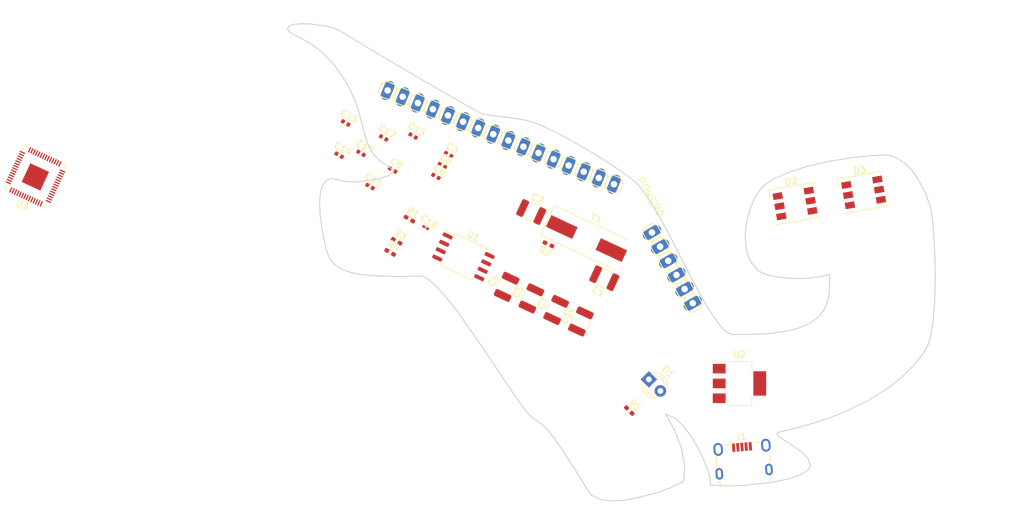
<source format=kicad_pcb>
(kicad_pcb (version 20221018) (generator pcbnew)
  (layers (0 "F.Cu" signal) (31 "B.Cu" signal) (34 "B.Paste" user) (35 "F.Paste" user) (36 "B.SilkS" user "B.Silkscreen") (37 "F.SilkS" user "F.Silkscreen") (38 "B.Mask" user) (39 "F.Mask" user) (44 "Edge.Cuts" user))
  (net 0 "")
  (net 1 "Net-(U3-XIN)")
  (net 2 "Net-(J1-GND)")
  (net 3 "Net-(C2-Pad2)")
  (net 4 "+3.3V")
  (net 5 "VCC")
  (net 6 "+1V1")
  (net 7 "Net-(D2-DOUT)")
  (net 8 "Net-(D2-DIN)")
  (net 11 "GND")
  (net 13 "VBUS")
  (net 14 "USB_D-")
  (net 15 "USB_D+")
  (net 17 "Net-(R1-Pad1)")
  (net 18 "Net-(U3-XOUT)")
  (net 19 "Net-(U3-USB_DP)")
  (net 20 "Net-(U3-USB_DM)")
  (net 21 "Net-(U1-DO(IO1))")
  (net 22 "Net-(U1-IO2)")
  (net 23 "Net-(U1-DI(IO0))")
  (net 25 "Net-(U1-IO3)")
  (net 37 "GPIO1")
  (net 38 "GPIO2")
  (net 39 "GPIO3")
  (net 40 "GPIO4")
  (net 41 "GPIO5")
  (net 42 "GPIO6")
  (net 43 "GPIO7")
  (net 44 "GPIO8")
  (net 45 "GPIO9")
  (net 46 "GPIO10")
  (net 47 "GPIO11")
  (net 48 "GPIO12")
  (net 49 "GPIO13")
  (net 50 "GPIO14")
  (net 51 "GPIO15")
  (net 52 "GPIO16")
  (net 53 "GPIO17")
  (net 54 "GPIO18")
  (net 55 "GPIO20")
  (net 56 "GPIO21")
  (net 57 "GPIO22")
  (net 58 "GPIO23")
  (net 59 "GPIO24")
  (net 60 "GPIO19")
  (net 61 "Net-(D1-A)")
  (footprint "Capacitor_SMD:C_0402_1005Metric" (layer "F.Cu") (at 91.53 49.59 -30)
    (fp_text reference "C14" (at 0 -1.16 150) (layer "F.SilkS"))
    (fp_text value "100n")
    (pad "1" smd roundrect (at -0.48 0 330) (size 0.56 0.62) (layers "F.Cu" "F.Paste" "F.Mask") (net 4 "+3.3V"))
    (pad "2" smd roundrect (at 0.48 0 330) (size 0.56 0.62) (layers "F.Cu" "F.Paste" "F.Mask") (net 2 "Net-(J1-GND)"))
  )
  (footprint "Capacitor_SMD:C_0402_1005Metric" (layer "F.Cu") (at 96.334308 54.46 -30)
    (fp_text reference "C11" (at 0 -1.16 150) (layer "F.SilkS"))
    (fp_text value "100n")
    (pad "1" smd roundrect (at -0.48 0 330) (size 0.56 0.62) (layers "F.Cu" "F.Paste" "F.Mask") (net 4 "+3.3V"))
    (pad "2" smd roundrect (at 0.48 0 330) (size 0.56 0.62) (layers "F.Cu" "F.Paste" "F.Mask") (net 2 "Net-(J1-GND)"))
  )
  (footprint "Capacitor_SMD:C_0201_0603Metric" (layer "F.Cu") (at 104.98072 60.852329 -30)
    (fp_text reference "C10" (at 0 -1.05 150) (layer "F.SilkS"))
    (fp_text value "1u")
    (pad "1" smd roundrect (at -0.32 0 330) (size 0.46 0.4) (layers "F.Cu" "F.Mask") (net 4 "+3.3V"))
    (pad "2" smd roundrect (at 0.32 0 330) (size 0.46 0.4) (layers "F.Cu" "F.Mask") (net 2 "Net-(J1-GND)"))
  )
  (footprint "Package_SO:SOIC-8_5.23x5.23mm_P1.27mm" (layer "F.Cu") (at 110.865206 65.390687 -25)
    (fp_text reference "U1" (at 0 -3.56 155) (layer "F.SilkS"))
    (fp_text value "W25Q128JVS")
    (pad "1" smd roundrect (at -3.6 -1.905 335) (size 1.6 0.6) (layers "F.Cu" "F.Paste" "F.Mask") (net 4 "+3.3V"))
    (pad "2" smd roundrect (at -3.6 -0.635 335) (size 1.6 0.6) (layers "F.Cu" "F.Paste" "F.Mask") (net 21 "Net-(U1-DO(IO1))"))
    (pad "3" smd roundrect (at -3.6 0.635 335) (size 1.6 0.6) (layers "F.Cu" "F.Paste" "F.Mask") (net 22 "Net-(U1-IO2)"))
    (pad "4" smd roundrect (at -3.6 1.905 335) (size 1.6 0.6) (layers "F.Cu" "F.Paste" "F.Mask") (net 11 "GND"))
    (pad "5" smd roundrect (at 3.6 1.905 335) (size 1.6 0.6) (layers "F.Cu" "F.Paste" "F.Mask") (net 23 "Net-(U1-DI(IO0))"))
    (pad "6" smd roundrect (at 3.6 0.635 335) (size 1.6 0.6) (layers "F.Cu" "F.Paste" "F.Mask"))
    (pad "7" smd roundrect (at 3.6 -0.635 335) (size 1.6 0.6) (layers "F.Cu" "F.Paste" "F.Mask") (net 25 "Net-(U1-IO3)"))
    (pad "8" smd roundrect (at 3.6 -1.905 335) (size 1.6 0.6) (layers "F.Cu" "F.Paste" "F.Mask"))
  )
  (footprint "Capacitor_SMD:C_0402_1005Metric" (layer "F.Cu") (at 108.554309 49.477859 -30)
    (fp_text reference "C3" (at 0 -1.16 150) (layer "F.SilkS"))
    (fp_text value "100n")
    (pad "1" smd roundrect (at -0.48 0 330) (size 0.56 0.62) (layers "F.Cu" "F.Paste" "F.Mask") (net 4 "+3.3V"))
    (pad "2" smd roundrect (at 0.48 0 330) (size 0.56 0.62) (layers "F.Cu" "F.Paste" "F.Mask") (net 2 "Net-(J1-GND)"))
  )
  (footprint "Resistor_SMD:R_0402_1005Metric_Pad0.72x0.64mm_HandSolder" (layer "F.Cu") (at 102.45255 59.53125 -30)
    (fp_text reference "R1" (at 0 -1.17 150) (layer "F.SilkS"))
    (fp_text value "1K")
    (pad "1" smd roundrect (at -0.5975 0 330) (size 0.715 0.64) (layers "F.Cu" "F.Paste" "F.Mask") (net 17 "Net-(R1-Pad1)"))
    (pad "2" smd roundrect (at 0.5975 0 330) (size 0.715 0.64) (layers "F.Cu" "F.Paste" "F.Mask") (net 4 "+3.3V"))
  )
  (footprint "Resistor_SMD:R_0402_1005Metric_Pad0.72x0.64mm_HandSolder" (layer "F.Cu") (at 99.467549 64.701422 -30)
    (fp_text reference "R4" (at 0 -1.17 150) (layer "F.SilkS"))
    (fp_text value "27")
    (pad "1" smd roundrect (at -0.5975 0 330) (size 0.715 0.64) (layers "F.Cu" "F.Paste" "F.Mask") (net 14 "USB_D-"))
    (pad "2" smd roundrect (at 0.5975 0 330) (size 0.715 0.64) (layers "F.Cu" "F.Paste" "F.Mask") (net 20 "Net-(U3-USB_DM)"))
  )
  (footprint "Capacitor_SMD:C_1210_3225Metric" (layer "F.Cu") (at 125.28181 73.656128 65)
    (fp_text reference "C7" (at 0 -2.3 65) (layer "F.SilkS"))
    (fp_text value "10u")
    (pad "1" smd roundrect (at -1.475 0 65) (size 1.15 2.7) (layers "F.Cu" "F.Paste" "F.Mask") (roundrect_rratio 0.217391) (net 6 "+1V1"))
    (pad "2" smd roundrect (at 1.475 0 65) (size 1.15 2.7) (layers "F.Cu" "F.Paste" "F.Mask") (roundrect_rratio 0.217391) (net 2 "Net-(J1-GND)"))
  )
  (footprint "Connector_USB:USB_Micro-B_Wuerth_629105150521" (layer "F.Cu") (at 154.356329 96.866305 5)
    (fp_text reference "J1" (at 0 -3.5 5) (layer "F.SilkS"))
    (fp_text value "USB_B_Micro")
    (pad "" np_thru_hole oval (at -2.5 -0.8 5) (size 0.8 0.8) (drill 0.8) (layers "*.Cu" "*.Mask"))
    (pad "" np_thru_hole oval (at 2.5 -0.8 5) (size 0.8 0.8) (drill 0.8) (layers "*.Cu" "*.Mask"))
    (pad "1" smd rect (at -1.3 -1.9 5) (size 0.45 1.3) (layers "F.Cu" "F.Paste" "F.Mask") (net 13 "VBUS"))
    (pad "2" smd rect (at -0.65 -1.9 5) (size 0.45 1.3) (layers "F.Cu" "F.Paste" "F.Mask") (net 14 "USB_D-"))
    (pad "3" smd rect (at 0 -1.9 5) (size 0.45 1.3) (layers "F.Cu" "F.Paste" "F.Mask") (net 15 "USB_D+"))
    (pad "4" smd rect (at 0.65 -1.9 5) (size 0.45 1.3) (layers "F.Cu" "F.Paste" "F.Mask"))
    (pad "5" smd rect (at 1.3 -1.9 5) (size 0.45 1.3) (layers "F.Cu" "F.Paste" "F.Mask") (net 2 "Net-(J1-GND)"))
    (pad "6" thru_hole oval (at -3.875 1.95 5) (size 1.15 1.8) (drill oval 0.55 1.2) (layers "*.Cu" "*.Mask") (net 2 "Net-(J1-GND)"))
    (pad "6" thru_hole oval (at -3.725 -1.85 5) (size 1.45 2) (drill oval 0.85 1.4) (layers "*.Cu" "*.Mask") (net 2 "Net-(J1-GND)"))
    (pad "6" thru_hole oval (at 3.725 -1.85 5) (size 1.45 2) (drill oval 0.85 1.4) (layers "*.Cu" "*.Mask") (net 2 "Net-(J1-GND)"))
    (pad "6" thru_hole oval (at 3.875 1.95 5) (size 1.15 1.8) (drill oval 0.55 1.2) (layers "*.Cu" "*.Mask") (net 2 "Net-(J1-GND)"))
  )
  (footprint "LED_THT:LED_D3.0mm_FlatTop" (layer "F.Cu") (at 139.70407 84.458423 -45)
    (fp_text reference "D1" (at 1.27 -2.96 135) (layer "F.SilkS"))
    (fp_text value "LED")
    (pad "1" thru_hole rect (at 0 0 315) (size 1.8 1.8) (drill 0.9) (layers "*.Cu" "*.Mask") (net 5 "VCC"))
    (pad "2" thru_hole circle (at 2.54 0 315) (size 1.8 1.8) (drill 0.9) (layers "*.Cu" "*.Mask") (net 61 "Net-(D1-A)"))
  )
  (footprint "Capacitor_SMD:C_0402_1005Metric" (layer "F.Cu") (at 94.93 49.29 -30)
    (fp_text reference "C17" (at 0 -1.16 150) (layer "F.SilkS"))
    (fp_text value "100n")
    (pad "1" smd roundrect (at -0.48 0 330) (size 0.56 0.62) (layers "F.Cu" "F.Paste" "F.Mask") (net 4 "+3.3V"))
    (pad "2" smd roundrect (at 0.48 0 330) (size 0.56 0.62) (layers "F.Cu" "F.Paste" "F.Mask") (net 2 "Net-(J1-GND)"))
  )
  (footprint "Package_DFN_QFN:QFN-56-1EP_7x7mm_P0.4mm_EP3.2x3.2mm" (layer "F.Cu") (at 44.27472 52.964104 155)
    (fp_text reference "U3" (at 0 -4.82 155) (layer "F.SilkS"))
    (fp_text value "RP2040")
    (pad "1" smd roundrect (at -3.4375 -2.6 155) (size 0.875 0.2) (layers "F.Cu" "F.Paste" "F.Mask") (net 4 "+3.3V"))
    (pad "2" smd roundrect (at -3.4375 -2.2 155) (size 0.875 0.2) (layers "F.Cu" "F.Paste" "F.Mask") (net 8 "Net-(D2-DIN)"))
    (pad "3" smd roundrect (at -3.4375 -1.8 155) (size 0.875 0.2) (layers "F.Cu" "F.Paste" "F.Mask") (net 37 "GPIO1"))
    (pad "4" smd roundrect (at -3.4375 -1.4 155) (size 0.875 0.2) (layers "F.Cu" "F.Paste" "F.Mask") (net 38 "GPIO2"))
    (pad "5" smd roundrect (at -3.4375 -1 155) (size 0.875 0.2) (layers "F.Cu" "F.Paste" "F.Mask") (net 39 "GPIO3"))
    (pad "6" smd roundrect (at -3.4375 -0.6 155) (size 0.875 0.2) (layers "F.Cu" "F.Paste" "F.Mask") (net 40 "GPIO4"))
    (pad "7" smd roundrect (at -3.4375 -0.2 155) (size 0.875 0.2) (layers "F.Cu" "F.Paste" "F.Mask") (net 41 "GPIO5"))
    (pad "8" smd roundrect (at -3.4375 0.2 155) (size 0.875 0.2) (layers "F.Cu" "F.Paste" "F.Mask") (net 42 "GPIO6"))
    (pad "9" smd roundrect (at -3.4375 0.6 155) (size 0.875 0.2) (layers "F.Cu" "F.Paste" "F.Mask") (net 43 "GPIO7"))
    (pad "10" smd roundrect (at -3.4375 1 155) (size 0.875 0.2) (layers "F.Cu" "F.Paste" "F.Mask") (net 4 "+3.3V"))
    (pad "11" smd roundrect (at -3.4375 1.4 155) (size 0.875 0.2) (layers "F.Cu" "F.Paste" "F.Mask") (net 44 "GPIO8"))
    (pad "12" smd roundrect (at -3.4375 1.8 155) (size 0.875 0.2) (layers "F.Cu" "F.Paste" "F.Mask") (net 45 "GPIO9"))
    (pad "13" smd roundrect (at -3.4375 2.2 155) (size 0.875 0.2) (layers "F.Cu" "F.Paste" "F.Mask") (net 46 "GPIO10"))
    (pad "14" smd roundrect (at -3.4375 2.6 155) (size 0.875 0.2) (layers "F.Cu" "F.Paste" "F.Mask") (net 47 "GPIO11"))
    (pad "15" smd roundrect (at -2.6 3.4375 155) (size 0.2 0.875) (layers "F.Cu" "F.Paste" "F.Mask") (net 48 "GPIO12"))
    (pad "16" smd roundrect (at -2.2 3.4375 155) (size 0.2 0.875) (layers "F.Cu" "F.Paste" "F.Mask") (net 49 "GPIO13"))
    (pad "17" smd roundrect (at -1.8 3.4375 155) (size 0.2 0.875) (layers "F.Cu" "F.Paste" "F.Mask") (net 50 "GPIO14"))
    (pad "18" smd roundrect (at -1.4 3.4375 155) (size 0.2 0.875) (layers "F.Cu" "F.Paste" "F.Mask") (net 51 "GPIO15"))
    (pad "19" smd roundrect (at -1 3.4375 155) (size 0.2 0.875) (layers "F.Cu" "F.Paste" "F.Mask"))
    (pad "20" smd roundrect (at -0.6 3.4375 155) (size 0.2 0.875) (layers "F.Cu" "F.Paste" "F.Mask") (net 1 "Net-(U3-XIN)"))
    (pad "21" smd roundrect (at -0.2 3.4375 155) (size 0.2 0.875) (layers "F.Cu" "F.Paste" "F.Mask") (net 18 "Net-(U3-XOUT)"))
    (pad "22" smd roundrect (at 0.2 3.4375 155) (size 0.2 0.875) (layers "F.Cu" "F.Paste" "F.Mask") (net 4 "+3.3V"))
    (pad "23" smd roundrect (at 0.6 3.4375 155) (size 0.2 0.875) (layers "F.Cu" "F.Paste" "F.Mask") (net 6 "+1V1"))
    (pad "24" smd roundrect (at 1 3.4375 155) (size 0.2 0.875) (layers "F.Cu" "F.Paste" "F.Mask"))
    (pad "25" smd roundrect (at 1.4 3.4375 155) (size 0.2 0.875) (layers "F.Cu" "F.Paste" "F.Mask"))
    (pad "26" smd roundrect (at 1.8 3.4375 155) (size 0.2 0.875) (layers "F.Cu" "F.Paste" "F.Mask"))
    (pad "27" smd roundrect (at 2.2 3.4375 155) (size 0.2 0.875) (layers "F.Cu" "F.Paste" "F.Mask") (net 52 "GPIO16"))
    (pad "28" smd roundrect (at 2.6 3.4375 155) (size 0.2 0.875) (layers "F.Cu" "F.Paste" "F.Mask") (net 53 "GPIO17"))
    (pad "29" smd roundrect (at 3.4375 2.6 155) (size 0.875 0.2) (layers "F.Cu" "F.Paste" "F.Mask") (net 54 "GPIO18"))
    (pad "30" smd roundrect (at 3.4375 2.2 155) (size 0.875 0.2) (layers "F.Cu" "F.Paste" "F.Mask") (net 60 "GPIO19"))
    (pad "31" smd roundrect (at 3.4375 1.8 155) (size 0.875 0.2) (layers "F.Cu" "F.Paste" "F.Mask") (net 55 "GPIO20"))
    (pad "32" smd roundrect (at 3.4375 1.4 155) (size 0.875 0.2) (layers "F.Cu" "F.Paste" "F.Mask") (net 56 "GPIO21"))
    (pad "33" smd roundrect (at 3.4375 1 155) (size 0.875 0.2) (layers "F.Cu" "F.Paste" "F.Mask") (net 4 "+3.3V"))
    (pad "34" smd roundrect (at 3.4375 0.6 155) (size 0.875 0.2) (layers "F.Cu" "F.Paste" "F.Mask") (net 57 "GPIO22"))
    (pad "35" smd roundrect (at 3.4375 0.2 155) (size 0.875 0.2) (layers "F.Cu" "F.Paste" "F.Mask") (net 58 "GPIO23"))
    (pad "36" smd roundrect (at 3.4375 -0.2 155) (size 0.875 0.2) (layers "F.Cu" "F.Paste" "F.Mask") (net 59 "GPIO24"))
    (pad "37" smd roundrect (at 3.4375 -0.6 155) (size 0.875 0.2) (layers "F.Cu" "F.Paste" "F.Mask"))
    (pad "38" smd roundrect (at 3.4375 -1 155) (size 0.875 0.2) (layers "F.Cu" "F.Paste" "F.Mask"))
    (pad "39" smd roundrect (at 3.4375 -1.4 155) (size 0.875 0.2) (layers "F.Cu" "F.Paste" "F.Mask"))
    (pad "40" smd roundrect (at 3.4375 -1.8 155) (size 0.875 0.2) (layers "F.Cu" "F.Paste" "F.Mask"))
    (pad "41" smd roundrect (at 3.4375 -2.2 155) (size 0.875 0.2) (layers "F.Cu" "F.Paste" "F.Mask"))
    (pad "42" smd roundrect (at 3.4375 -2.6 155) (size 0.875 0.2) (layers "F.Cu" "F.Paste" "F.Mask") (net 4 "+3.3V"))
    (pad "43" smd roundrect (at 2.6 -3.4375 155) (size 0.2 0.875) (layers "F.Cu" "F.Paste" "F.Mask") (net 4 "+3.3V"))
    (pad "44" smd roundrect (at 2.2 -3.4375 155) (size 0.2 0.875) (layers "F.Cu" "F.Paste" "F.Mask") (net 4 "+3.3V"))
    (pad "45" smd roundrect (at 1.8 -3.4375 155) (size 0.2 0.875) (layers "F.Cu" "F.Paste" "F.Mask") (net 6 "+1V1"))
    (pad "46" smd roundrect (at 1.4 -3.4375 155) (size 0.2 0.875) (layers "F.Cu" "F.Paste" "F.Mask") (net 20 "Net-(U3-USB_DM)"))
    (pad "47" smd roundrect (at 1 -3.4375 155) (size 0.2 0.875) (layers "F.Cu" "F.Paste" "F.Mask") (net 19 "Net-(U3-USB_DP)"))
    (pad "48" smd roundrect (at 0.6 -3.4375 155) (size 0.2 0.875) (layers "F.Cu" "F.Paste" "F.Mask") (net 4 "+3.3V"))
    (pad "49" smd roundrect (at 0.2 -3.4375 155) (size 0.2 0.875) (layers "F.Cu" "F.Paste" "F.Mask") (net 4 "+3.3V"))
    (pad "50" smd roundrect (at -0.2 -3.4375 155) (size 0.2 0.875) (layers "F.Cu" "F.Paste" "F.Mask") (net 6 "+1V1"))
    (pad "51" smd roundrect (at -0.6 -3.4375 155) (size 0.2 0.875) (layers "F.Cu" "F.Paste" "F.Mask") (net 25 "Net-(U1-IO3)"))
    (pad "52" smd roundrect (at -1 -3.4375 155) (size 0.2 0.875) (layers "F.Cu" "F.Paste" "F.Mask"))
    (pad "53" smd roundrect (at -1.4 -3.4375 155) (size 0.2 0.875) (layers "F.Cu" "F.Paste" "F.Mask") (net 23 "Net-(U1-DI(IO0))"))
    (pad "54" smd roundrect (at -1.8 -3.4375 155) (size 0.2 0.875) (layers "F.Cu" "F.Paste" "F.Mask") (net 22 "Net-(U1-IO2)"))
    (pad "55" smd roundrect (at -2.2 -3.4375 155) (size 0.2 0.875) (layers "F.Cu" "F.Paste" "F.Mask") (net 21 "Net-(U1-DO(IO1))"))
    (pad "56" smd roundrect (at -2.6 -3.4375 155) (size 0.2 0.875) (layers "F.Cu" "F.Paste" "F.Mask") (net 4 "+3.3V"))
    (pad "57" smd rect (at 0 0 155) (size 3.2 3.2) (layers "F.Cu" "F.Mask") (net 2 "Net-(J1-GND)"))
  )
  (footprint "Capacitor_SMD:C_1210_3225Metric" (layer "F.Cu") (at 121.43 71.86 65)
    (fp_text reference "C5" (at 0 -2.3 65) (layer "F.SilkS"))
    (fp_text value "10u")
    (pad "1" smd roundrect (at -1.475 0 65) (size 1.15 2.7) (layers "F.Cu" "F.Paste" "F.Mask") (roundrect_rratio 0.217391) (net 4 "+3.3V"))
    (pad "2" smd roundrect (at 1.475 0 65) (size 1.15 2.7) (layers "F.Cu" "F.Paste" "F.Mask") (roundrect_rratio 0.217391) (net 2 "Net-(J1-GND)"))
  )
  (footprint "Orpheus Leap Micro:1X06" (layer "F.Cu") (at 143.3576 67.108761 -60)
    (fp_text reference "POWER0" (at -7.6962 -1.8288 120) (layer "F.SilkS") (effects (font (size 1.143 1.143) (thickness 0.127)) (justify right bottom)))
    (fp_text value "PINHD-1X6")
    (pad "1" thru_hole oval (at -6.35 0 30) (size 3.048 1.524) (drill 1.016) (layers "*.Cu" "*.Mask") (net 13 "VBUS"))
    (pad "2" thru_hole oval (at -3.81 0 30) (size 3.048 1.524) (drill 1.016) (layers "*.Cu" "*.Mask") (net 4 "+3.3V"))
    (pad "3" thru_hole oval (at -1.27 0 30) (size 3.048 1.524) (drill 1.016) (layers "*.Cu" "*.Mask") (net 11 "GND"))
    (pad "4" thru_hole oval (at 1.27 0 30) (size 3.048 1.524) (drill 1.016) (layers "*.Cu" "*.Mask") (net 11 "GND"))
    (pad "5" thru_hole oval (at 3.81 0 30) (size 3.048 1.524) (drill 1.016) (layers "*.Cu" "*.Mask") (net 11 "GND"))
    (pad "6" thru_hole oval (at 6.35 0 30) (size 3.048 1.524) (drill 1.016) (layers "*.Cu" "*.Mask") (net 5 "VCC"))
  )
  (footprint "Package_TO_SOT_SMD:SOT-223-3_TabPin2" (layer "F.Cu") (at 153.8 85.09)
    (fp_text reference "U2" (at 0 -4.5) (layer "F.SilkS"))
    (fp_text value "NCP1117-1.5_SOT223")
    (pad "1" smd rect (at -3.15 -2.3) (size 2 1.5) (layers "F.Cu" "F.Paste" "F.Mask") (net 2 "Net-(J1-GND)"))
    (pad "2" smd rect (at -3.15 0) (size 2 1.5) (layers "F.Cu" "F.Paste" "F.Mask") (net 4 "+3.3V"))
    (pad "2" smd rect (at 3.15 0) (size 2 3.8) (layers "F.Cu" "F.Paste" "F.Mask") (net 4 "+3.3V"))
    (pad "3" smd rect (at -3.15 2.3) (size 2 1.5) (layers "F.Cu" "F.Paste" "F.Mask") (net 5 "VCC"))
  )
  (footprint "Orpheus Leap Micro:1X08" (layer "F.Cu") (at 126.057615 50.696196 -22.5)
    (fp_text reference "IOH0" hide)
    (fp_text value "PINHD-1X8" hide)
    (pad "1" thru_hole oval (at -8.89 0 67.5) (size 3.048 1.524) (drill 1.016) (layers "*.Cu" "*.Mask") (net 37 "GPIO1"))
    (pad "2" thru_hole oval (at -6.35 0 67.5) (size 3.048 1.524) (drill 1.016) (layers "*.Cu" "*.Mask") (net 38 "GPIO2"))
    (pad "3" thru_hole oval (at -3.81 0 67.5) (size 3.048 1.524) (drill 1.016) (layers "*.Cu" "*.Mask") (net 39 "GPIO3"))
    (pad "4" thru_hole oval (at -1.27 0 67.5) (size 3.048 1.524) (drill 1.016) (layers "*.Cu" "*.Mask") (net 40 "GPIO4"))
    (pad "5" thru_hole oval (at 1.27 0 67.5) (size 3.048 1.524) (drill 1.016) (layers "*.Cu" "*.Mask") (net 41 "GPIO5"))
    (pad "6" thru_hole oval (at 3.81 0 67.5) (size 3.048 1.524) (drill 1.016) (layers "*.Cu" "*.Mask") (net 42 "GPIO6"))
    (pad "7" thru_hole oval (at 6.35 0 67.5) (size 3.048 1.524) (drill 1.016) (layers "*.Cu" "*.Mask") (net 43 "GPIO7"))
    (pad "8" thru_hole oval (at 8.89 0 67.5) (size 3.048 1.524) (drill 1.016) (layers "*.Cu" "*.Mask") (net 44 "GPIO8"))
  )
  (footprint "LED_SMD:LED_WS2812_PLCC6_5.0x5.0mm_P1.6mm" (layer "F.Cu") (at 173.114157 55.365929 10)
    (fp_text reference "D3" (at 0 -3.5 10) (layer "F.SilkS"))
    (fp_text value "WS2813")
    (pad "1" smd rect (at -2.45 -1.6 10) (size 1.5 1) (layers "F.Cu" "F.Paste" "F.Mask") (net 4 "+3.3V"))
    (pad "2" smd rect (at -2.45 0 10) (size 1.5 1) (layers "F.Cu" "F.Paste" "F.Mask") (net 4 "+3.3V"))
    (pad "3" smd rect (at -2.45 1.6 10) (size 1.5 1) (layers "F.Cu" "F.Paste" "F.Mask"))
    (pad "4" smd rect (at 2.45 1.6 10) (size 1.5 1) (layers "F.Cu" "F.Paste" "F.Mask") (net 7 "Net-(D2-DOUT)"))
    (pad "5" smd rect (at 2.45 0 10) (size 1.5 1) (layers "F.Cu" "F.Paste" "F.Mask") (net 11 "GND"))
    (pad "6" smd rect (at 2.45 -1.6 10) (size 1.5 1) (layers "F.Cu" "F.Paste" "F.Mask"))
  )
  (footprint "Capacitor_SMD:C_1210_3225Metric" (layer "F.Cu") (at 132.775196 68.718638 155)
    (fp_text reference "C1" (at 0 -2.3 155) (layer "F.SilkS"))
    (fp_text value "10u")
    (pad "1" smd roundrect (at -1.475 0 155) (size 1.15 2.7) (layers "F.Cu" "F.Paste" "F.Mask") (roundrect_rratio 0.217391) (net 1 "Net-(U3-XIN)"))
    (pad "2" smd roundrect (at 1.475 0 155) (size 1.15 2.7) (layers "F.Cu" "F.Paste" "F.Mask") (roundrect_rratio 0.217391) (net 2 "Net-(J1-GND)"))
  )
  (footprint "Resistor_SMD:R_0402_1005Metric_Pad0.72x0.64mm_HandSolder" (layer "F.Cu") (at 124.081958 63.448158 155)
    (fp_text reference "R2" (at 0 -1.17 155) (layer "F.SilkS"))
    (fp_text value "1K")
    (pad "1" smd roundrect (at -0.5975 0 155) (size 0.715 0.64) (layers "F.Cu" "F.Paste" "F.Mask") (net 3 "Net-(C2-Pad2)"))
    (pad "2" smd roundrect (at 0.5975 0 155) (size 0.715 0.64) (layers "F.Cu" "F.Paste" "F.Mask") (net 18 "Net-(U3-XOUT)"))
  )
  (footprint "LED_SMD:LED_WS2812_PLCC6_5.0x5.0mm_P1.6mm" (layer "F.Cu") (at 162.44564 57.096794 10)
    (fp_text reference "D2" (at 0 -3.5 10) (layer "F.SilkS"))
    (fp_text value "WS2813")
    (pad "1" smd rect (at -2.45 -1.6 10) (size 1.5 1) (layers "F.Cu" "F.Paste" "F.Mask") (net 4 "+3.3V"))
    (pad "2" smd rect (at -2.45 0 10) (size 1.5 1) (layers "F.Cu" "F.Paste" "F.Mask") (net 4 "+3.3V"))
    (pad "3" smd rect (at -2.45 1.6 10) (size 1.5 1) (layers "F.Cu" "F.Paste" "F.Mask") (net 7 "Net-(D2-DOUT)"))
    (pad "4" smd rect (at 2.45 1.6 10) (size 1.5 1) (layers "F.Cu" "F.Paste" "F.Mask") (net 8 "Net-(D2-DIN)"))
    (pad "5" smd rect (at 2.45 0 10) (size 1.5 1) (layers "F.Cu" "F.Paste" "F.Mask") (net 11 "GND"))
    (pad "6" smd rect (at 2.45 -1.6 10) (size 1.5 1) (layers "F.Cu" "F.Paste" "F.Mask"))
  )
  (footprint "Capacitor_SMD:C_0402_1005Metric" (layer "F.Cu") (at 92.54 44.57 -30)
    (fp_text reference "C15" (at 0 -1.16 150) (layer "F.SilkS"))
    (fp_text value "100n")
    (pad "1" smd roundrect (at -0.48 0 330) (size 0.56 0.62) (layers "F.Cu" "F.Paste" "F.Mask") (net 4 "+3.3V"))
    (pad "2" smd roundrect (at 0.48 0 330) (size 0.56 0.62) (layers "F.Cu" "F.Paste" "F.Mask") (net 2 "Net-(J1-GND)"))
  )
  (footprint "Orpheus Leap Micro:1X08" (layer "F.Cu") (at 107.284382 42.920068 -22.5)
    (fp_text reference "IOH1" hide)
    (fp_text value "PINHD-1X8" hide)
    (pad "1" thru_hole oval (at -8.89 0 67.5) (size 3.048 1.524) (drill 1.016) (layers "*.Cu" "*.Mask") (net 45 "GPIO9"))
    (pad "2" thru_hole oval (at -6.35 0 67.5) (size 3.048 1.524) (drill 1.016) (layers "*.Cu" "*.Mask") (net 46 "GPIO10"))
    (pad "3" thru_hole oval (at -3.81 0 67.5) (size 3.048 1.524) (drill 1.016) (layers "*.Cu" "*.Mask") (net 47 "GPIO11"))
    (pad "4" thru_hole oval (at -1.27 0 67.5) (size 3.048 1.524) (drill 1.016) (layers "*.Cu" "*.Mask") (net 48 "GPIO12"))
    (pad "5" thru_hole oval (at 1.27 0 67.5) (size 3.048 1.524) (drill 1.016) (layers "*.Cu" "*.Mask") (net 49 "GPIO13"))
    (pad "6" thru_hole oval (at 3.81 0 67.5) (size 3.048 1.524) (drill 1.016) (layers "*.Cu" "*.Mask") (net 50 "GPIO14"))
    (pad "7" thru_hole oval (at 6.35 0 67.5) (size 3.048 1.524) (drill 1.016) (layers "*.Cu" "*.Mask") (net 51 "GPIO15"))
    (pad "8" thru_hole oval (at 8.89 0 67.5) (size 3.048 1.524) (drill 1.016) (layers "*.Cu" "*.Mask") (net 52 "GPIO16"))
  )
  (footprint "Capacitor_SMD:C_0402_1005Metric" (layer "F.Cu") (at 103.03 46.6 -30)
    (fp_text reference "C13" (at 0 -1.16 150) (layer "F.SilkS"))
    (fp_text value "100n")
    (pad "1" smd roundrect (at -0.48 0 330) (size 0.56 0.62) (layers "F.Cu" "F.Paste" "F.Mask") (net 4 "+3.3V"))
    (pad "2" smd roundrect (at 0.48 0 330) (size 0.56 0.62) (layers "F.Cu" "F.Paste" "F.Mask") (net 2 "Net-(J1-GND)"))
  )
  (footprint "Crystal:Crystal_SMD_HC49-SD" (layer "F.Cu") (at 130.008927 62.550134 -25)
    (fp_text reference "Y1" (at 0 -3.55 155) (layer "F.SilkS"))
    (fp_text value "Crystal")
    (pad "1" smd rect (at -4.25 0 335) (size 4.5 2) (layers "F.Cu" "F.Paste" "F.Mask") (net 3 "Net-(C2-Pad2)"))
    (pad "2" smd rect (at 4.25 0 335) (size 4.5 2) (layers "F.Cu" "F.Paste" "F.Mask") (net 1 "Net-(U3-XIN)"))
  )
  (footprint "Capacitor_SMD:C_0402_1005Metric" (layer "F.Cu") (at 99.844308 51.89 -30)
    (fp_text reference "C9" (at 0 -1.16 150) (layer "F.SilkS"))
    (fp_text value "100n")
    (pad "1" smd roundrect (at -0.48 0 330) (size 0.56 0.62) (layers "F.Cu" "F.Paste" "F.Mask") (net 4 "+3.3V"))
    (pad "2" smd roundrect (at 0.48 0 330) (size 0.56 0.62) (layers "F.Cu" "F.Paste" "F.Mask") (net 2 "Net-(J1-GND)"))
  )
  (footprint "Capacitor_SMD:C_0402_1005Metric" (layer "F.Cu") (at 98.45 46.9 -30)
    (fp_text reference "C12" (at 0 -1.16 150) (layer "F.SilkS"))
    (fp_text value "100n")
    (pad "1" smd roundrect (at -0.48 0 330) (size 0.56 0.62) (layers "F.Cu" "F.Paste" "F.Mask") (net 4 "+3.3V"))
    (pad "2" smd roundrect (at 0.48 0 330) (size 0.56 0.62) (layers "F.Cu" "F.Paste" "F.Mask") (net 2 "Net-(J1-GND)"))
  )
  (footprint "Capacitor_SMD:C_0402_1005Metric" (layer "F.Cu") (at 107.569308 51.183929 -30)
    (fp_text reference "C6" (at 0 -1.16 150) (layer "F.SilkS"))
    (fp_text value "100n")
    (pad "1" smd roundrect (at -0.48 0 330) (size 0.56 0.62) (layers "F.Cu" "F.Paste" "F.Mask") (net 6 "+1V1"))
    (pad "2" smd roundrect (at 0.48 0 330) (size 0.56 0.62) (layers "F.Cu" "F.Paste" "F.Mask") (net 2 "Net-(J1-GND)"))
  )
  (footprint "Capacitor_SMD:C_1210_3225Metric" (layer "F.Cu") (at 129.133617 75.452257 65)
    (fp_text reference "C16" (at 0 -2.3 65) (layer "F.SilkS"))
    (fp_text value "10u")
    (pad "1" smd roundrect (at -1.475 0 65) (size 1.15 2.7) (layers "F.Cu" "F.Paste" "F.Mask") (roundrect_rratio 0.217391) (net 4 "+3.3V"))
    (pad "2" smd roundrect (at 1.475 0 65) (size 1.15 2.7) (layers "F.Cu" "F.Paste" "F.Mask") (roundrect_rratio 0.217391) (net 2 "Net-(J1-GND)"))
  )
  (footprint "Resistor_SMD:R_0402_1005Metric_Pad0.72x0.64mm_HandSolder" (layer "F.Cu") (at 136.654317 89.311297 -45)
    (fp_text reference "R5" (at 0 -1.17 135) (layer "F.SilkS"))
    (fp_text value "1K")
    (pad "1" smd roundrect (at -0.5975 0 315) (size 0.715 0.64) (layers "F.Cu" "F.Paste" "F.Mask") (net 13 "VBUS"))
    (pad "2" smd roundrect (at 0.5975 0 315) (size 0.715 0.64) (layers "F.Cu" "F.Paste" "F.Mask") (net 61 "Net-(D1-A)"))
  )
  (footprint "Capacitor_SMD:C_1210_3225Metric" (layer "F.Cu") (at 117.578194 70.063872 65)
    (fp_text reference "C4" (at 0 -2.3 65) (layer "F.SilkS"))
    (fp_text value "10u")
    (pad "1" smd roundrect (at -1.475 0 65) (size 1.15 2.7) (layers "F.Cu" "F.Paste" "F.Mask") (roundrect_rratio 0.217391) (net 5 "VCC"))
    (pad "2" smd roundrect (at 1.475 0 65) (size 1.15 2.7) (layers "F.Cu" "F.Paste" "F.Mask") (roundrect_rratio 0.217391) (net 2 "Net-(J1-GND)"))
  )
  (footprint "Capacitor_SMD:C_0402_1005Metric" (layer "F.Cu") (at 106.584308 52.89 -30)
    (fp_text reference "C8" (at 0 -1.16 150) (layer "F.SilkS"))
    (fp_text value "100n")
    (pad "1" smd roundrect (at -0.48 0 330) (size 0.56 0.62) (layers "F.Cu" "F.Paste" "F.Mask") (net 6 "+1V1"))
    (pad "2" smd roundrect (at 0.48 0 330) (size 0.56 0.62) (layers "F.Cu" "F.Paste" "F.Mask") (net 2 "Net-(J1-GND)"))
  )
  (footprint "Resistor_SMD:R_0402_1005Metric_Pad0.72x0.64mm_HandSolder" (layer "F.Cu") (at 100.462549 62.978033 -30)
    (fp_text reference "R3" (at 0 -1.17 150) (layer "F.SilkS"))
    (fp_text value "27")
    (pad "1" smd roundrect (at -0.5975 0 330) (size 0.715 0.64) (layers "F.Cu" "F.Paste" "F.Mask") (net 15 "USB_D+"))
    (pad "2" smd roundrect (at 0.5975 0 330) (size 0.715 0.64) (layers "F.Cu" "F.Paste" "F.Mask") (net 19 "Net-(U3-USB_DP)"))
  )
  (footprint "Capacitor_SMD:C_1210_3225Metric" (layer "F.Cu") (at 121.412 58.42 -25)
    (fp_text reference "C2" (at 0 -2.3 155) (layer "F.SilkS"))
    (fp_text value "10u")
    (pad "1" smd roundrect (at -1.475 0 335) (size 1.15 2.7) (layers "F.Cu" "F.Paste" "F.Mask") (roundrect_rratio 0.217391) (net 2 "Net-(J1-GND)"))
    (pad "2" smd roundrect (at 1.475 0 335) (size 1.15 2.7) (layers "F.Cu" "F.Paste" "F.Mask") (roundrect_rratio 0.217391) (net 3 "Net-(C2-Pad2)"))
  )
  (gr_line (start 119.159099 43.896852) (end 120.524099 44.14105) (stroke (width 0.1524)) (layer "Edge.Cuts"))
  (gr_line (start 92.234601 67.44275) (end 90.8597 66.613751) (stroke (width 0.1524)) (layer "Edge.Cuts"))
  (gr_line (start 144.767797 95.12755) (end 145.262798 97.728652) (stroke (width 0.1524)) (layer "Edge.Cuts"))
  (gr_line (start 184.048099 62.121351) (end 184.197299 65.203449) (stroke (width 0.1524)) (layer "Edge.Cuts"))
  (gr_line (start 167.741298 71.252049) (end 167.840798 69.751351) (stroke (width 0.1524)) (layer "Edge.Cuts"))
  (gr_line (start 163.024798 76.466852) (end 164.685499 75.755349) (stroke (width 0.1524)) (layer "Edge.Cuts"))
  (gr_line (start 159.149199 100.42525) (end 154.051597 100.984952) (stroke (width 0.1524)) (layer "Edge.Cuts"))
  (gr_line (start 164.625097 51.246551) (end 167.792797 50.536451) (stroke (width 0.1524)) (layer "Edge.Cuts"))
  (gr_line (start 137.669197 53.824851) (end 138.009099 54.176252) (stroke (width 0.1524)) (layer "Edge.Cuts"))
  (gr_line (start 142.3268 89.88825) (end 142.326798 89.890051) (stroke (width 0.1524)) (layer "Edge.Cuts"))
  (gr_line (start 88.982098 54.212751) (end 89.5566 53.488251) (stroke (width 0.1524)) (layer "Edge.Cuts"))
  (gr_line (start 118.712199 86.783051) (end 117.166998 84.48965) (stroke (width 0.1524)) (layer "Edge.Cuts"))
  (gr_line (start 165.575797 91.18595) (end 162.974298 91.929649) (stroke (width 0.1524)) (layer "Edge.Cuts"))
  (gr_line (start 161.531099 94.394449) (end 163.7089 95.933751) (stroke (width 0.1524)) (layer "Edge.Cuts"))
  (gr_line (start 143.762599 92.47745) (end 144.767797 95.12755) (stroke (width 0.1524)) (layer "Edge.Cuts"))
  (gr_line (start 163.188798 99.330151) (end 161.3862 99.937552) (stroke (width 0.1524)) (layer "Edge.Cuts"))
  (gr_line (start 94.976099 44.262951) (end 94.299499 41.827048) (stroke (width 0.1524)) (layer "Edge.Cuts"))
  (gr_line (start 149.265098 100.067652) (end 148.900198 98.67855) (stroke (width 0.1524)) (layer "Edge.Cuts"))
  (gr_line (start 183.732098 58.740751) (end 183.843498 59.65395) (stroke (width 0.1524)) (layer "Edge.Cuts"))
  (gr_line (start 158.302299 77.33735) (end 160.912597 76.99685) (stroke (width 0.1524)) (layer "Edge.Cuts"))
  (gr_line (start 124.046898 92.417352) (end 123.382097 91.707952) (stroke (width 0.1524)) (layer "Edge.Cuts"))
  (gr_line (start 175.760496 49.563451) (end 176.517299 49.562251) (stroke (width 0.1524)) (layer "Edge.Cuts"))
  (gr_line (start 133.604299 103.356351) (end 132.055597 103.107651) (stroke (width 0.1524)) (layer "Edge.Cuts"))
  (gr_line (start 155.465599 57.866448) (end 156.280099 56.03045) (stroke (width 0.1524)) (layer "Edge.Cuts"))
  (gr_line (start 152.878698 77.466149) (end 153.3515 77.475552) (stroke (width 0.1524)) (layer "Edge.Cuts"))
  (gr_line (start 148.5689 72.808551) (end 149.954599 75.012048) (stroke (width 0.1524)) (layer "Edge.Cuts"))
  (gr_line (start 131.133398 49.34175) (end 132.992598 50.499748) (stroke (width 0.1524)) (layer "Edge.Cuts"))
  (gr_line (start 93.171699 67.777951) (end 92.234601 67.44275) (stroke (width 0.1524)) (layer "Edge.Cuts"))
  (gr_line (start 123.382097 91.707952) (end 122.433297 91.00085) (stroke (width 0.1524)) (layer "Edge.Cuts"))
  (gr_line (start 160.325499 68.61495) (end 158.352199 68.270951) (stroke (width 0.1524)) (layer "Edge.Cuts"))
  (gr_line (start 142.457998 61.172249) (end 145.574799 67.219549) (stroke (width 0.1524)) (layer "Edge.Cuts"))
  (gr_line (start 92.657098 38.32945) (end 90.885798 35.694651) (stroke (width 0.1524)) (layer "Edge.Cuts"))
  (gr_line (start 176.517299 49.562251) (end 177.022596 49.604949) (stroke (width 0.1524)) (layer "Edge.Cuts"))
  (gr_line (start 161.3862 99.937552) (end 159.149199 100.42525) (stroke (width 0.1524)) (layer "Edge.Cuts"))
  (gr_line (start 163.7323 68.758751) (end 162.128399 68.76205) (stroke (width 0.1524)) (layer "Edge.Cuts"))
  (gr_line (start 154.686 62.13045) (end 154.912399 59.95645) (stroke (width 0.1524)) (layer "Edge.Cuts"))
  (gr_line (start 164.490998 96.83475) (end 164.810696 97.81195) (stroke (width 0.1524)) (layer "Edge.Cuts"))
  (gr_line (start 183.620798 58.089251) (end 183.732098 58.740751) (stroke (width 0.1524)) (layer "Edge.Cuts"))
  (gr_line (start 154.051597 100.984952) (end 151.531098 101.02895) (stroke (width 0.1524)) (layer "Edge.Cuts"))
  (gr_line (start 138.009099 54.176252) (end 139.427099 56.00805) (stroke (width 0.1524)) (layer "Edge.Cuts"))
  (gr_line (start 132.055597 103.107651) (end 130.851298 102.49905) (stroke (width 0.1524)) (layer "Edge.Cuts"))
  (gr_line (start 123.414299 45.16065) (end 125.223797 46.023948) (stroke (width 0.1524)) (layer "Edge.Cuts"))
  (gr_line (start 181.349698 52.907452) (end 182.787299 55.53895) (stroke (width 0.1524)) (layer "Edge.Cuts"))
  (gr_line (start 129.5446 100.624551) (end 128.520698 98.960249) (stroke (width 0.1524)) (layer "Edge.Cuts"))
  (gr_line (start 84.516598 29.23665) (end 85.617699 29.12975) (stroke (width 0.1524)) (layer "Edge.Cuts"))
  (gr_line (start 122.433297 91.00085) (end 121.543497 90.38625) (stroke (width 0.1524)) (layer "Edge.Cuts"))
  (gr_line (start 173.625099 49.70085) (end 175.760496 49.563451) (stroke (width 0.1524)) (layer "Edge.Cuts"))
  (gr_line (start 117.166998 84.48965) (end 113.6168 79.160152) (stroke (width 0.1524)) (layer "Edge.Cuts"))
  (gr_line (start 105.158399 68.726652) (end 104.573598 68.442349) (stroke (width 0.1524)) (layer "Edge.Cuts"))
  (gr_line (start 162.128399 68.76205) (end 160.325499 68.61495) (stroke (width 0.1524)) (layer "Edge.Cuts"))
  (gr_line (start 102.775898 68.42205) (end 101.565799 68.44225) (stroke (width 0.1524)) (layer "Edge.Cuts"))
  (gr_line (start 120.524099 44.14105) (end 121.820698 44.513951) (stroke (width 0.1524)) (layer "Edge.Cuts"))
  (gr_line (start 132.992598 50.499748) (end 134.660797 51.588448) (stroke (width 0.1524)) (layer "Edge.Cuts"))
  (gr_line (start 165.108698 68.65175) (end 163.7323 68.758751) (stroke (width 0.1524)) (layer "Edge.Cuts"))
  (gr_line (start 144.9397 91.559849) (end 143.634297 90.39855) (stroke (width 0.1524)) (layer "Edge.Cuts"))
  (gr_line (start 83.8149 30.420051) (end 83.501198 29.936451) (stroke (width 0.1524)) (layer "Edge.Cuts"))
  (gr_line (start 126.093495 95.190051) (end 124.928299 93.535249) (stroke (width 0.1524)) (layer "Edge.Cuts"))
  (gr_line (start 107.791898 39.80895) (end 110.800701 41.523649) (stroke (width 0.1524)) (layer "Edge.Cuts"))
  (gr_line (start 88.954999 61.566949) (end 88.590198 59.06585) (stroke (width 0.1524)) (layer "Edge.Cuts"))
  (gr_line (start 130.1016 101.54225) (end 129.5446 100.624551) (stroke (width 0.1524)) (layer "Edge.Cuts"))
  (gr_line (start 143.9576 100.921052) (end 142.6568 101.47025) (stroke (width 0.1524)) (layer "Edge.Cuts"))
  (gr_line (start 159.630699 92.870452) (end 159.824197 93.26235) (stroke (width 0.1524)) (layer "Edge.Cuts"))
  (gr_line (start 90.7947 29.83705) (end 91.600298 30.193749) (stroke (width 0.1524)) (layer "Edge.Cuts"))
  (gr_line (start 183.494598 77.916351) (end 183.1838 78.95435) (stroke (width 0.1524)) (layer "Edge.Cuts"))
  (gr_line (start 94.246799 53.741749) (end 97.674598 53.275348) (stroke (width 0.1524)) (layer "Edge.Cuts"))
  (gr_line (start 184.253799 68.61215) (end 184.180397 72.059348) (stroke (width 0.1524)) (layer "Edge.Cuts"))
  (gr_line (start 95.546699 68.232951) (end 94.2995 68.051648) (stroke (width 0.1524)) (layer "Edge.Cuts"))
  (gr_line (start 183.939698 75.256751) (end 183.494598 77.916351) (stroke (width 0.1524)) (layer "Edge.Cuts"))
  (gr_line (start 137.099096 53.32935) (end 137.4622 53.631949) (stroke (width 0.1524)) (layer "Edge.Cuts"))
  (gr_line (start 104.280501 37.774152) (end 107.791898 39.80895) (stroke (width 0.1524)) (layer "Edge.Cuts"))
  (gr_line (start 127.1677 47.046752) (end 131.133398 49.34175) (stroke (width 0.1524)) (layer "Edge.Cuts"))
  (gr_line (start 97.028197 33.496349) (end 104.280501 37.774152) (stroke (width 0.1524)) (layer "Edge.Cuts"))
  (gr_line (start 95.693698 47.011552) (end 94.976099 44.262951) (stroke (width 0.1524)) (layer "Edge.Cuts"))
  (gr_line (start 164.685499 75.755349) (end 165.941101 74.870251) (stroke (width 0.1524)) (layer "Edge.Cuts"))
  (gr_line (start 97.674598 53.275348) (end 99.030499 52.83965) (stroke (width 0.1524)) (layer "Edge.Cuts"))
  (gr_line (start 97.007299 68.351351) (end 95.546699 68.232951) (stroke (width 0.1524)) (layer "Edge.Cuts"))
  (gr_line (start 94.299499 41.827048) (end 93.500998 39.96145) (stroke (width 0.1524)) (layer "Edge.Cuts"))
  (gr_line (start 158.352199 68.270951) (end 157.408198 67.94985) (stroke (width 0.1524)) (layer "Edge.Cuts"))
  (gr_line (start 182.787299 55.53895) (end 183.620798 58.089251) (stroke (width 0.1524)) (layer "Edge.Cuts"))
  (gr_line (start 166.837897 73.819352) (end 167.422497 72.610651) (stroke (width 0.1524)) (layer "Edge.Cuts"))
  (gr_line (start 146.180997 93.170351) (end 144.9397 91.559849) (stroke (width 0.1524)) (layer "Edge.Cuts"))
  (gr_line (start 149.255999 100.896952) (end 149.265098 100.067652) (stroke (width 0.1524)) (layer "Edge.Cuts"))
  (gr_line (start 173.8096 87.75265) (end 170.106399 89.53935) (stroke (width 0.1524)) (layer "Edge.Cuts"))
  (gr_line (start 120.952698 89.792551) (end 120.555897 89.32385) (stroke (width 0.1524)) (layer "Edge.Cuts"))
  (gr_line (start 170.881 50.02325) (end 173.625099 49.70085) (stroke (width 0.1524)) (layer "Edge.Cuts"))
  (gr_line (start 99.864897 52.32325) (end 100.020199 52.047552) (stroke (width 0.1524)) (layer "Edge.Cuts"))
  (gr_line (start 130.412699 102.03945) (end 130.3224 101.90705) (stroke (width 0.1524)) (layer "Edge.Cuts"))
  (gr_line (start 176.768099 85.91255) (end 173.8096 87.75265) (stroke (width 0.1524)) (layer "Edge.Cuts"))
  (gr_line (start 170.106399 89.53935) (end 167.949697 90.38555) (stroke (width 0.1524)) (layer "Edge.Cuts"))
  (gr_line (start 86.9324 29.157152) (end 89.657297 29.531549) (stroke (width 0.1524)) (layer "Edge.Cuts"))
  (gr_line (start 161.642499 52.159551) (end 164.625097 51.246551) (stroke (width 0.1524)) (layer "Edge.Cuts"))
  (gr_line (start 183.1838 78.95435) (end 182.807798 79.749949) (stroke (width 0.1524)) (layer "Edge.Cuts"))
  (gr_line (start 114.032398 43.241149) (end 116.314198 43.54665) (stroke (width 0.1524)) (layer "Edge.Cuts"))
  (gr_line (start 120.015699 88.62265) (end 118.712199 86.783051) (stroke (width 0.1524)) (layer "Edge.Cuts"))
  (gr_line (start 112.987399 42.730349) (end 113.672599 43.084449) (stroke (width 0.1524)) (layer "Edge.Cuts"))
  (gr_line (start 164.386999 98.616848) (end 163.188798 99.330151) (stroke (width 0.1524)) (layer "Edge.Cuts"))
  (gr_line (start 90.028197 65.61695) (end 89.593398 64.504852) (stroke (width 0.1524)) (layer "Edge.Cuts"))
  (gr_line (start 90.885798 35.694651) (end 89.091999 33.778651) (stroke (width 0.1524)) (layer "Edge.Cuts"))
  (gr_line (start 157.408198 67.94985) (end 156.619298 67.458751) (stroke (width 0.1524)) (layer "Edge.Cuts"))
  (gr_line (start 153.3515 77.475552) (end 155.147498 77.480449) (stroke (width 0.1524)) (layer "Edge.Cuts"))
  (gr_line (start 104.069499 68.373451) (end 103.647296 68.395351) (stroke (width 0.1524)) (layer "Edge.Cuts"))
  (gr_line (start 130.851298 102.49905) (end 130.412699 102.03945) (stroke (width 0.1524)) (layer "Edge.Cuts"))
  (gr_line (start 154.851399 64.218749) (end 154.686 62.13045) (stroke (width 0.1524)) (layer "Edge.Cuts"))
  (gr_line (start 160.522199 93.773251) (end 161.531099 94.394449) (stroke (width 0.1524)) (layer "Edge.Cuts"))
  (gr_line (start 162.974298 91.929649) (end 160.134999 92.605851) (stroke (width 0.1524)) (layer "Edge.Cuts"))
  (gr_line (start 108.138198 71.63085) (end 106.536796 69.86405) (stroke (width 0.1524)) (layer "Edge.Cuts"))
  (gr_line (start 152.634201 77.45675) (end 152.878698 77.466149) (stroke (width 0.1524)) (layer "Edge.Cuts"))
  (gr_line (start 89.593398 64.504852) (end 88.954999 61.566949) (stroke (width 0.1524)) (layer "Edge.Cuts"))
  (gr_line (start 145.574799 67.219549) (end 147.100297 70.15515) (stroke (width 0.1524)) (layer "Edge.Cuts"))
  (gr_line (start 163.7089 95.933751) (end 164.490998 96.83475) (stroke (width 0.1524)) (layer "Edge.Cuts"))
  (gr_line (start 139.427099 56.00805) (end 140.918698 58.395951) (stroke (width 0.1524)) (layer "Edge.Cuts"))
  (gr_line (start 101.565799 68.44225) (end 100.127298 68.444752) (stroke (width 0.1524)) (layer "Edge.Cuts"))
  (gr_line (start 99.120297 51.211351) (end 97.868698 50.49825) (stroke (width 0.1524)) (layer "Edge.Cuts"))
  (gr_line (start 90.327299 53.215348) (end 91.278498 53.396951) (stroke (width 0.1524)) (layer "Edge.Cuts"))
  (gr_line (start 159.824197 93.26235) (end 160.522199 93.773251) (stroke (width 0.1524)) (layer "Edge.Cuts"))
  (gr_line (start 103.647296 68.395351) (end 102.775898 68.42205) (stroke (width 0.1524)) (layer "Edge.Cuts"))
  (gr_line (start 182.807798 79.749949) (end 182.001598 80.93765) (stroke (width 0.1524)) (layer "Edge.Cuts"))
  (gr_line (start 130.3224 101.90705) (end 130.1016 101.54225) (stroke (width 0.1524)) (layer "Edge.Cuts"))
  (gr_line (start 158.094299 53.922551) (end 159.109499 53.28135) (stroke (width 0.1524)) (layer "Edge.Cuts"))
  (gr_line (start 157.290698 54.618149) (end 158.094299 53.922551) (stroke (width 0.1524)) (layer "Edge.Cuts"))
  (gr_line (start 182.001598 80.93765) (end 180.781298 82.41845) (stroke (width 0.1524)) (layer "Edge.Cuts"))
  (gr_line (start 156.619298 67.458751) (end 155.474098 66.051449) (stroke (width 0.1524)) (layer "Edge.Cuts"))
  (gr_line (start 155.474098 66.051449) (end 154.851399 64.218749) (stroke (width 0.1524)) (layer "Edge.Cuts"))
  (gr_line (start 151.531098 101.02895) (end 149.255999 100.896952) (stroke (width 0.1524)) (layer "Edge.Cuts"))
  (gr_line (start 179.064399 84.10565) (end 176.768099 85.91255) (stroke (width 0.1524)) (layer "Edge.Cuts"))
  (gr_line (start 159.109499 53.28135) (end 161.642499 52.159551) (stroke (width 0.1524)) (layer "Edge.Cuts"))
  (gr_line (start 160.912597 76.99685) (end 163.024798 76.466852) (stroke (width 0.1524)) (layer "Edge.Cuts"))
  (gr_line (start 100.020199 52.047552) (end 99.120297 51.211351) (stroke (width 0.1524)) (layer "Edge.Cuts"))
  (gr_line (start 164.706299 98.225052) (end 164.386999 98.616848) (stroke (width 0.1524)) (layer "Edge.Cuts"))
  (gr_line (start 93.500998 39.96145) (end 92.657098 38.32945) (stroke (width 0.1524)) (layer "Edge.Cuts"))
  (gr_line (start 87.381797 32.437149) (end 85.861498 31.526349) (stroke (width 0.1524)) (layer "Edge.Cuts"))
  (gr_line (start 151.231299 76.598051) (end 151.820598 77.107052) (stroke (width 0.1524)) (layer "Edge.Cuts"))
  (gr_line (start 135.387198 103.30995) (end 133.604299 103.356351) (stroke (width 0.1524)) (layer "Edge.Cuts"))
  (gr_line (start 92.599098 53.69115) (end 94.246799 53.741749) (stroke (width 0.1524)) (layer "Edge.Cuts"))
  (gr_line (start 144.831497 100.465849) (end 143.9576 100.921052) (stroke (width 0.1524)) (layer "Edge.Cuts"))
  (gr_line (start 145.262798 97.728652) (end 145.1682 100.169351) (stroke (width 0.1524)) (layer "Edge.Cuts"))
  (gr_line (start 99.030499 52.83965) (end 99.864897 52.32325) (stroke (width 0.1524)) (layer "Edge.Cuts"))
  (gr_line (start 180.781298 82.41845) (end 179.064399 84.10565) (stroke (width 0.1524)) (layer "Edge.Cuts"))
  (gr_line (start 91.600298 30.193749) (end 92.646398 30.84575) (stroke (width 0.1524)) (layer "Edge.Cuts"))
  (gr_line (start 88.483397 57.004449) (end 88.6192 55.385752) (stroke (width 0.1524)) (layer "Edge.Cuts"))
  (gr_line (start 120.555897 89.32385) (end 120.015699 88.62265) (stroke (width 0.1524)) (layer "Edge.Cuts"))
  (gr_line (start 121.820698 44.513951) (end 123.414299 45.16065) (stroke (width 0.1524)) (layer "Edge.Cuts"))
  (gr_line (start 113.672599 43.084449) (end 114.032398 43.241149) (stroke (width 0.1524)) (layer "Edge.Cuts"))
  (gr_line (start 93.926397 31.62915) (end 97.028197 33.496349) (stroke (width 0.1524)) (layer "Edge.Cuts"))
  (gr_line (start 137.294098 103.033348) (end 135.387198 103.30995) (stroke (width 0.1524)) (layer "Edge.Cuts"))
  (gr_line (start 127.6098 97.51035) (end 126.803599 96.25905) (stroke (width 0.1524)) (layer "Edge.Cuts"))
  (gr_line (start 164.810696 97.81195) (end 164.706299 98.225052) (stroke (width 0.1524)) (layer "Edge.Cuts"))
  (gr_line (start 167.840798 69.751351) (end 167.767299 68.116651) (stroke (width 0.1524)) (layer "Edge.Cuts"))
  (gr_line (start 89.5566 53.488251) (end 90.327299 53.215348) (stroke (width 0.1524)) (layer "Edge.Cuts"))
  (gr_line (start 83.501198 29.936451) (end 83.765699 29.49865) (stroke (width 0.1524)) (layer "Edge.Cuts"))
  (gr_line (start 154.912399 59.95645) (end 155.465599 57.866448) (stroke (width 0.1524)) (layer "Edge.Cuts"))
  (gr_line (start 96.919297 49.514049) (end 96.213798 48.328552) (stroke (width 0.1524)) (layer "Edge.Cuts"))
  (gr_line (start 142.6568 101.47025) (end 141.0391 102.048652) (stroke (width 0.1524)) (layer "Edge.Cuts"))
  (gr_line (start 184.180397 72.059348) (end 183.939698 75.256751) (stroke (width 0.1524)) (layer "Edge.Cuts"))
  (gr_line (start 142.326798 89.890051) (end 143.762599 92.47745) (stroke (width 0.1524)) (layer "Edge.Cuts"))
  (gr_line (start 147.296099 95.028151) (end 146.180997 93.170351) (stroke (width 0.1524)) (layer "Edge.Cuts"))
  (gr_line (start 124.928299 93.535249) (end 124.046898 92.417352) (stroke (width 0.1524)) (layer "Edge.Cuts"))
  (gr_line (start 167.949697 90.38555) (end 165.575797 91.18595) (stroke (width 0.1524)) (layer "Edge.Cuts"))
  (gr_line (start 167.064497 68.312451) (end 166.228898 68.487451) (stroke (width 0.1524)) (layer "Edge.Cuts"))
  (gr_line (start 112.0168 42.202249) (end 112.987399 42.730349) (stroke (width 0.1524)) (layer "Edge.Cuts"))
  (gr_line (start 148.223197 96.93145) (end 147.296099 95.028151) (stroke (width 0.1524)) (layer "Edge.Cuts"))
  (gr_line (start 110.800701 41.523649) (end 112.0168 42.202249) (stroke (width 0.1524)) (layer "Edge.Cuts"))
  (gr_line (start 136.056698 52.550751) (end 137.099096 53.32935) (stroke (width 0.1524)) (layer "Edge.Cuts"))
  (gr_line (start 134.660797 51.588448) (end 136.056698 52.550751) (stroke (width 0.1524)) (layer "Edge.Cuts"))
  (gr_line (start 155.147498 77.480449) (end 158.302299 77.33735) (stroke (width 0.1524)) (layer "Edge.Cuts"))
  (gr_line (start 94.2995 68.051648) (end 93.171699 67.777951) (stroke (width 0.1524)) (layer "Edge.Cuts"))
  (gr_line (start 151.820598 77.107052) (end 152.372899 77.398849) (stroke (width 0.1524)) (layer "Edge.Cuts"))
  (gr_line (start 83.765699 29.49865) (end 84.516598 29.23665) (stroke (width 0.1524)) (layer "Edge.Cuts"))
  (gr_line (start 96.213798 48.328552) (end 95.693698 47.011552) (stroke (width 0.1524)) (layer "Edge.Cuts"))
  (gr_line (start 184.197299 65.203449) (end 184.253799 68.61215) (stroke (width 0.1524)) (layer "Edge.Cuts"))
  (gr_line (start 88.6192 55.385752) (end 88.982098 54.212751) (stroke (width 0.1524)) (layer "Edge.Cuts"))
  (gr_line (start 113.6168 79.160152) (end 109.896298 73.87225) (stroke (width 0.1524)) (layer "Edge.Cuts"))
  (gr_line (start 167.792797 50.536451) (end 170.881 50.02325) (stroke (width 0.1524)) (layer "Edge.Cuts"))
  (gr_line (start 97.868698 50.49825) (end 96.919297 49.514049) (stroke (width 0.1524)) (layer "Edge.Cuts"))
  (gr_line (start 165.941101 74.870251) (end 166.837897 73.819352) (stroke (width 0.1524)) (layer "Edge.Cuts"))
  (gr_line (start 177.022596 49.604949) (end 178.257699 50.013349) (stroke (width 0.1524)) (layer "Edge.Cuts"))
  (gr_line (start 179.398099 50.745751) (end 180.432498 51.733452) (stroke (width 0.1524)) (layer "Edge.Cuts"))
  (gr_line (start 118.027498 43.729453) (end 119.159099 43.896852) (stroke (width 0.1524)) (layer "Edge.Cuts"))
  (gr_line (start 149.954599 75.012048) (end 151.231299 76.598051) (stroke (width 0.1524)) (layer "Edge.Cuts"))
  (gr_line (start 100.127298 68.444752) (end 97.007299 68.351351) (stroke (width 0.1524)) (layer "Edge.Cuts"))
  (gr_line (start 89.657297 29.531549) (end 90.7947 29.83705) (stroke (width 0.1524)) (layer "Edge.Cuts"))
  (gr_line (start 160.134999 92.605851) (end 159.783498 92.721647) (stroke (width 0.1524)) (layer "Edge.Cuts"))
  (gr_line (start 106.536796 69.86405) (end 105.158399 68.726652) (stroke (width 0.1524)) (layer "Edge.Cuts"))
  (gr_line (start 116.314198 43.54665) (end 118.027498 43.729453) (stroke (width 0.1524)) (layer "Edge.Cuts"))
  (gr_line (start 121.543497 90.38625) (end 120.952698 89.792551) (stroke (width 0.1524)) (layer "Edge.Cuts"))
  (gr_line (start 145.1682 100.169351) (end 144.831497 100.465849) (stroke (width 0.1524)) (layer "Edge.Cuts"))
  (gr_line (start 147.100297 70.15515) (end 148.5689 72.808551) (stroke (width 0.1524)) (layer "Edge.Cuts"))
  (gr_line (start 143.634297 90.39855) (end 142.3268 89.88825) (stroke (width 0.1524)) (layer "Edge.Cuts"))
  (gr_line (start 104.573598 68.442349) (end 104.069499 68.373451) (stroke (width 0.1524)) (layer "Edge.Cuts"))
  (gr_line (start 159.783498 92.721647) (end 159.630699 92.870452) (stroke (width 0.1524)) (layer "Edge.Cuts"))
  (gr_line (start 89.091999 33.778651) (end 87.381797 32.437149) (stroke (width 0.1524)) (layer "Edge.Cuts"))
  (gr_line (start 152.372899 77.398849) (end 152.634201 77.45675) (stroke (width 0.1524)) (layer "Edge.Cuts"))
  (gr_line (start 90.8597 66.613751) (end 90.028197 65.61695) (stroke (width 0.1524)) (layer "Edge.Cuts"))
  (gr_line (start 178.257699 50.013349) (end 179.398099 50.745751) (stroke (width 0.1524)) (layer "Edge.Cuts"))
  (gr_line (start 88.590198 59.06585) (end 88.483397 57.004449) (stroke (width 0.1524)) (layer "Edge.Cuts"))
  (gr_line (start 109.896298 73.87225) (end 108.138198 71.63085) (stroke (width 0.1524)) (layer "Edge.Cuts"))
  (gr_line (start 180.432498 51.733452) (end 181.349698 52.907452) (stroke (width 0.1524)) (layer "Edge.Cuts"))
  (gr_line (start 125.223797 46.023948) (end 127.1677 47.046752) (stroke (width 0.1524)) (layer "Edge.Cuts"))
  (gr_line (start 92.646398 30.84575) (end 93.926397 31.62915) (stroke (width 0.1524)) (layer "Edge.Cuts"))
  (gr_line (start 167.422497 72.610651) (end 167.741298 71.252049) (stroke (width 0.1524)) (layer "Edge.Cuts"))
  (gr_line (start 85.861498 31.526349) (end 84.637097 30.902051) (stroke (width 0.1524)) (layer "Edge.Cuts"))
  (gr_line (start 128.520698 98.960249) (end 127.6098 97.51035) (stroke (width 0.1524)) (layer "Edge.Cuts"))
  (gr_line (start 126.803599 96.25905) (end 126.093495 95.190051) (stroke (width 0.1524)) (layer "Edge.Cuts"))
  (gr_line (start 84.637097 30.902051) (end 83.8149 30.420051) (stroke (width 0.1524)) (layer "Edge.Cuts"))
  (gr_line (start 183.843498 59.65395) (end 184.048099 62.121351) (stroke (width 0.1524)) (layer "Edge.Cuts"))
  (gr_line (start 85.617699 29.12975) (end 86.9324 29.157152) (stroke (width 0.1524)) (layer "Edge.Cuts"))
  (gr_line (start 167.586799 68.17335) (end 167.064497 68.312451) (stroke (width 0.1524)) (layer "Edge.Cuts"))
  (gr_line (start 91.278498 53.396951) (end 92.599098 53.69115) (stroke (width 0.1524)) (layer "Edge.Cuts"))
  (gr_line (start 148.900198 98.67855) (end 148.223197 96.93145) (stroke (width 0.1524)) (layer "Edge.Cuts"))
  (gr_line (start 166.228898 68.487451) (end 165.108698 68.65175) (stroke (width 0.1524)) (layer "Edge.Cuts"))
  (gr_line (start 137.4622 53.631949) (end 137.669197 53.824851) (stroke (width 0.1524)) (layer "Edge.Cuts"))
  (gr_line (start 167.767299 68.116651) (end 167.586799 68.17335) (stroke (width 0.1524)) (layer "Edge.Cuts"))
  (gr_line (start 156.280099 56.03045) (end 157.290698 54.618149) (stroke (width 0.1524)) (layer "Edge.Cuts"))
  (gr_line (start 141.0391 102.048652) (end 137.294098 103.033348) (stroke (width 0.1524)) (layer "Edge.Cuts"))
  (gr_line (start 140.918698 58.395951) (end 142.457998 61.172249) (stroke (width 0.1524)) (layer "Edge.Cuts"))
)
</source>
